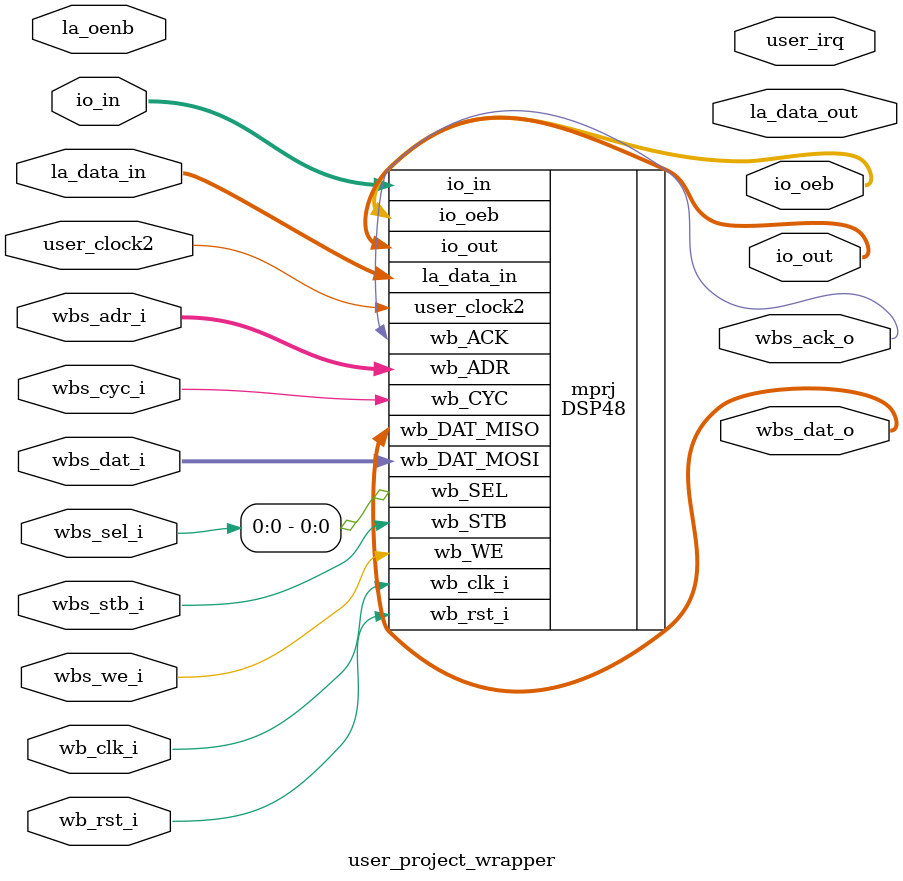
<source format=v>
module user_project_wrapper (user_clock2,
    wb_clk_i,
    wb_rst_i,
    wbs_ack_o,
    wbs_cyc_i,
    wbs_stb_i,
    wbs_we_i,
    io_in,
    io_oeb,
    io_out,
    la_data_in,
    la_data_out,
    la_oenb,
    user_irq,
    wbs_adr_i,
    wbs_dat_i,
    wbs_dat_o,
    wbs_sel_i);
 input user_clock2;
 input wb_clk_i;
 input wb_rst_i;
 output wbs_ack_o;
 input wbs_cyc_i;
 input wbs_stb_i;
 input wbs_we_i;
 input [37:0] io_in;
 output [37:0] io_oeb;
 output [37:0] io_out;
 input [63:0] la_data_in;
 output [63:0] la_data_out;
 input [63:0] la_oenb;
 output [2:0] user_irq;
 input [31:0] wbs_adr_i;
 input [31:0] wbs_dat_i;
 output [31:0] wbs_dat_o;
 input [3:0] wbs_sel_i;


 DSP48 mprj (.user_clock2(user_clock2),
    .wb_ACK(wbs_ack_o),
    .wb_CYC(wbs_cyc_i),
    .wb_SEL(wbs_sel_i[0]),
    .wb_STB(wbs_stb_i),
    .wb_WE(wbs_we_i),
    .wb_clk_i(wb_clk_i),
    .wb_rst_i(wb_rst_i),
    .io_in({io_in[37],
    io_in[36],
    io_in[35],
    io_in[34],
    io_in[33],
    io_in[32],
    io_in[31],
    io_in[30],
    io_in[29],
    io_in[28],
    io_in[27],
    io_in[26],
    io_in[25],
    io_in[24],
    io_in[23],
    io_in[22],
    io_in[21],
    io_in[20],
    io_in[19],
    io_in[18],
    io_in[17],
    io_in[16],
    io_in[15],
    io_in[14],
    io_in[13],
    io_in[12],
    io_in[11],
    io_in[10],
    io_in[9],
    io_in[8],
    io_in[7],
    io_in[6],
    io_in[5],
    io_in[4],
    io_in[3],
    io_in[2],
    io_in[1],
    io_in[0]}),
    .io_oeb({io_oeb[37],
    io_oeb[36],
    io_oeb[35],
    io_oeb[34],
    io_oeb[33],
    io_oeb[32],
    io_oeb[31],
    io_oeb[30],
    io_oeb[29],
    io_oeb[28],
    io_oeb[27],
    io_oeb[26],
    io_oeb[25],
    io_oeb[24],
    io_oeb[23],
    io_oeb[22],
    io_oeb[21],
    io_oeb[20],
    io_oeb[19],
    io_oeb[18],
    io_oeb[17],
    io_oeb[16],
    io_oeb[15],
    io_oeb[14],
    io_oeb[13],
    io_oeb[12],
    io_oeb[11],
    io_oeb[10],
    io_oeb[9],
    io_oeb[8],
    io_oeb[7],
    io_oeb[6],
    io_oeb[5],
    io_oeb[4],
    io_oeb[3],
    io_oeb[2],
    io_oeb[1],
    io_oeb[0]}),
    .io_out({io_out[37],
    io_out[36],
    io_out[35],
    io_out[34],
    io_out[33],
    io_out[32],
    io_out[31],
    io_out[30],
    io_out[29],
    io_out[28],
    io_out[27],
    io_out[26],
    io_out[25],
    io_out[24],
    io_out[23],
    io_out[22],
    io_out[21],
    io_out[20],
    io_out[19],
    io_out[18],
    io_out[17],
    io_out[16],
    io_out[15],
    io_out[14],
    io_out[13],
    io_out[12],
    io_out[11],
    io_out[10],
    io_out[9],
    io_out[8],
    io_out[7],
    io_out[6],
    io_out[5],
    io_out[4],
    io_out[3],
    io_out[2],
    io_out[1],
    io_out[0]}),
    .la_data_in({la_data_in[63],
    la_data_in[62],
    la_data_in[61],
    la_data_in[60],
    la_data_in[59],
    la_data_in[58],
    la_data_in[57],
    la_data_in[56],
    la_data_in[55],
    la_data_in[54],
    la_data_in[53],
    la_data_in[52],
    la_data_in[51],
    la_data_in[50],
    la_data_in[49],
    la_data_in[48],
    la_data_in[47],
    la_data_in[46],
    la_data_in[45],
    la_data_in[44],
    la_data_in[43],
    la_data_in[42],
    la_data_in[41],
    la_data_in[40],
    la_data_in[39],
    la_data_in[38],
    la_data_in[37],
    la_data_in[36],
    la_data_in[35],
    la_data_in[34],
    la_data_in[33],
    la_data_in[32],
    la_data_in[31],
    la_data_in[30],
    la_data_in[29],
    la_data_in[28],
    la_data_in[27],
    la_data_in[26],
    la_data_in[25],
    la_data_in[24],
    la_data_in[23],
    la_data_in[22],
    la_data_in[21],
    la_data_in[20],
    la_data_in[19],
    la_data_in[18],
    la_data_in[17],
    la_data_in[16],
    la_data_in[15],
    la_data_in[14],
    la_data_in[13],
    la_data_in[12],
    la_data_in[11],
    la_data_in[10],
    la_data_in[9],
    la_data_in[8],
    la_data_in[7],
    la_data_in[6],
    la_data_in[5],
    la_data_in[4],
    la_data_in[3],
    la_data_in[2],
    la_data_in[1],
    la_data_in[0]}),
    .wb_ADR({wbs_adr_i[31],
    wbs_adr_i[30],
    wbs_adr_i[29],
    wbs_adr_i[28],
    wbs_adr_i[27],
    wbs_adr_i[26],
    wbs_adr_i[25],
    wbs_adr_i[24],
    wbs_adr_i[23],
    wbs_adr_i[22],
    wbs_adr_i[21],
    wbs_adr_i[20],
    wbs_adr_i[19],
    wbs_adr_i[18],
    wbs_adr_i[17],
    wbs_adr_i[16],
    wbs_adr_i[15],
    wbs_adr_i[14],
    wbs_adr_i[13],
    wbs_adr_i[12],
    wbs_adr_i[11],
    wbs_adr_i[10],
    wbs_adr_i[9],
    wbs_adr_i[8],
    wbs_adr_i[7],
    wbs_adr_i[6],
    wbs_adr_i[5],
    wbs_adr_i[4],
    wbs_adr_i[3],
    wbs_adr_i[2],
    wbs_adr_i[1],
    wbs_adr_i[0]}),
    .wb_DAT_MISO({wbs_dat_o[31],
    wbs_dat_o[30],
    wbs_dat_o[29],
    wbs_dat_o[28],
    wbs_dat_o[27],
    wbs_dat_o[26],
    wbs_dat_o[25],
    wbs_dat_o[24],
    wbs_dat_o[23],
    wbs_dat_o[22],
    wbs_dat_o[21],
    wbs_dat_o[20],
    wbs_dat_o[19],
    wbs_dat_o[18],
    wbs_dat_o[17],
    wbs_dat_o[16],
    wbs_dat_o[15],
    wbs_dat_o[14],
    wbs_dat_o[13],
    wbs_dat_o[12],
    wbs_dat_o[11],
    wbs_dat_o[10],
    wbs_dat_o[9],
    wbs_dat_o[8],
    wbs_dat_o[7],
    wbs_dat_o[6],
    wbs_dat_o[5],
    wbs_dat_o[4],
    wbs_dat_o[3],
    wbs_dat_o[2],
    wbs_dat_o[1],
    wbs_dat_o[0]}),
    .wb_DAT_MOSI({wbs_dat_i[31],
    wbs_dat_i[30],
    wbs_dat_i[29],
    wbs_dat_i[28],
    wbs_dat_i[27],
    wbs_dat_i[26],
    wbs_dat_i[25],
    wbs_dat_i[24],
    wbs_dat_i[23],
    wbs_dat_i[22],
    wbs_dat_i[21],
    wbs_dat_i[20],
    wbs_dat_i[19],
    wbs_dat_i[18],
    wbs_dat_i[17],
    wbs_dat_i[16],
    wbs_dat_i[15],
    wbs_dat_i[14],
    wbs_dat_i[13],
    wbs_dat_i[12],
    wbs_dat_i[11],
    wbs_dat_i[10],
    wbs_dat_i[9],
    wbs_dat_i[8],
    wbs_dat_i[7],
    wbs_dat_i[6],
    wbs_dat_i[5],
    wbs_dat_i[4],
    wbs_dat_i[3],
    wbs_dat_i[2],
    wbs_dat_i[1],
    wbs_dat_i[0]}));
endmodule


</source>
